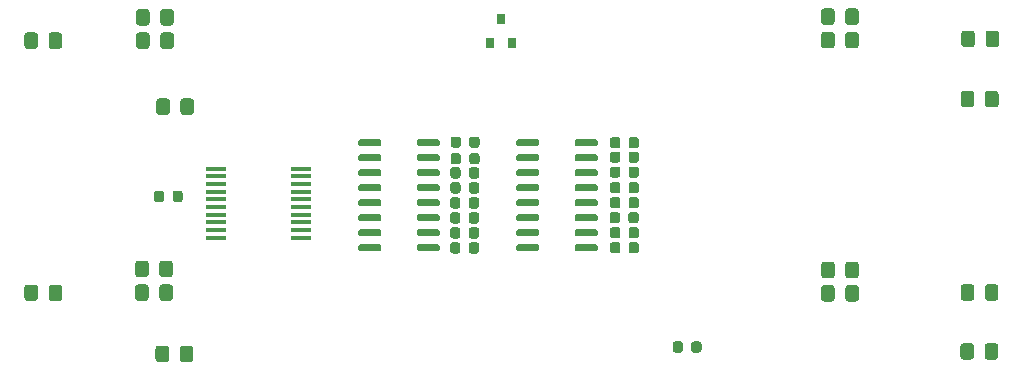
<source format=gbr>
G04 #@! TF.GenerationSoftware,KiCad,Pcbnew,(5.1.7)-1*
G04 #@! TF.CreationDate,2020-10-06T16:51:20+07:00*
G04 #@! TF.ProjectId,PIC16F1X_KIT2019,50494331-3646-4315-985f-4b4954323031,rev?*
G04 #@! TF.SameCoordinates,Original*
G04 #@! TF.FileFunction,Paste,Bot*
G04 #@! TF.FilePolarity,Positive*
%FSLAX46Y46*%
G04 Gerber Fmt 4.6, Leading zero omitted, Abs format (unit mm)*
G04 Created by KiCad (PCBNEW (5.1.7)-1) date 2020-10-06 16:51:20*
%MOMM*%
%LPD*%
G01*
G04 APERTURE LIST*
%ADD10R,0.800000X0.900000*%
%ADD11R,1.750000X0.450000*%
G04 APERTURE END LIST*
G36*
G01*
X109891520Y-34825519D02*
X109891520Y-35725521D01*
G75*
G02*
X109641521Y-35975520I-249999J0D01*
G01*
X108991519Y-35975520D01*
G75*
G02*
X108741520Y-35725521I0J249999D01*
G01*
X108741520Y-34825519D01*
G75*
G02*
X108991519Y-34575520I249999J0D01*
G01*
X109641521Y-34575520D01*
G75*
G02*
X109891520Y-34825519I0J-249999D01*
G01*
G37*
G36*
G01*
X111941520Y-34825519D02*
X111941520Y-35725521D01*
G75*
G02*
X111691521Y-35975520I-249999J0D01*
G01*
X111041519Y-35975520D01*
G75*
G02*
X110791520Y-35725521I0J249999D01*
G01*
X110791520Y-34825519D01*
G75*
G02*
X111041519Y-34575520I249999J0D01*
G01*
X111691521Y-34575520D01*
G75*
G02*
X111941520Y-34825519I0J-249999D01*
G01*
G37*
G36*
G01*
X109863360Y-56181839D02*
X109863360Y-57081841D01*
G75*
G02*
X109613361Y-57331840I-249999J0D01*
G01*
X108963359Y-57331840D01*
G75*
G02*
X108713360Y-57081841I0J249999D01*
G01*
X108713360Y-56181839D01*
G75*
G02*
X108963359Y-55931840I249999J0D01*
G01*
X109613361Y-55931840D01*
G75*
G02*
X109863360Y-56181839I0J-249999D01*
G01*
G37*
G36*
G01*
X111913360Y-56181839D02*
X111913360Y-57081841D01*
G75*
G02*
X111663361Y-57331840I-249999J0D01*
G01*
X111013359Y-57331840D01*
G75*
G02*
X110763360Y-57081841I0J249999D01*
G01*
X110763360Y-56181839D01*
G75*
G02*
X111013359Y-55931840I249999J0D01*
G01*
X111663361Y-55931840D01*
G75*
G02*
X111913360Y-56181839I0J-249999D01*
G01*
G37*
G36*
G01*
X42680040Y-36355441D02*
X42680040Y-35455439D01*
G75*
G02*
X42930039Y-35205440I249999J0D01*
G01*
X43580041Y-35205440D01*
G75*
G02*
X43830040Y-35455439I0J-249999D01*
G01*
X43830040Y-36355441D01*
G75*
G02*
X43580041Y-36605440I-249999J0D01*
G01*
X42930039Y-36605440D01*
G75*
G02*
X42680040Y-36355441I0J249999D01*
G01*
G37*
G36*
G01*
X40630040Y-36355441D02*
X40630040Y-35455439D01*
G75*
G02*
X40880039Y-35205440I249999J0D01*
G01*
X41530041Y-35205440D01*
G75*
G02*
X41780040Y-35455439I0J-249999D01*
G01*
X41780040Y-36355441D01*
G75*
G02*
X41530041Y-36605440I-249999J0D01*
G01*
X40880039Y-36605440D01*
G75*
G02*
X40630040Y-36355441I0J249999D01*
G01*
G37*
G36*
G01*
X42614000Y-57290121D02*
X42614000Y-56390119D01*
G75*
G02*
X42863999Y-56140120I249999J0D01*
G01*
X43514001Y-56140120D01*
G75*
G02*
X43764000Y-56390119I0J-249999D01*
G01*
X43764000Y-57290121D01*
G75*
G02*
X43514001Y-57540120I-249999J0D01*
G01*
X42863999Y-57540120D01*
G75*
G02*
X42614000Y-57290121I0J249999D01*
G01*
G37*
G36*
G01*
X40564000Y-57290121D02*
X40564000Y-56390119D01*
G75*
G02*
X40813999Y-56140120I249999J0D01*
G01*
X41464001Y-56140120D01*
G75*
G02*
X41714000Y-56390119I0J-249999D01*
G01*
X41714000Y-57290121D01*
G75*
G02*
X41464001Y-57540120I-249999J0D01*
G01*
X40813999Y-57540120D01*
G75*
G02*
X40564000Y-57290121I0J249999D01*
G01*
G37*
G36*
G01*
X30624360Y-51218679D02*
X30624360Y-52118681D01*
G75*
G02*
X30374361Y-52368680I-249999J0D01*
G01*
X29724359Y-52368680D01*
G75*
G02*
X29474360Y-52118681I0J249999D01*
G01*
X29474360Y-51218679D01*
G75*
G02*
X29724359Y-50968680I249999J0D01*
G01*
X30374361Y-50968680D01*
G75*
G02*
X30624360Y-51218679I0J-249999D01*
G01*
G37*
G36*
G01*
X32674360Y-51218679D02*
X32674360Y-52118681D01*
G75*
G02*
X32424361Y-52368680I-249999J0D01*
G01*
X31774359Y-52368680D01*
G75*
G02*
X31524360Y-52118681I0J249999D01*
G01*
X31524360Y-51218679D01*
G75*
G02*
X31774359Y-50968680I249999J0D01*
G01*
X32424361Y-50968680D01*
G75*
G02*
X32674360Y-51218679I0J-249999D01*
G01*
G37*
G36*
G01*
X109887600Y-51193279D02*
X109887600Y-52093281D01*
G75*
G02*
X109637601Y-52343280I-249999J0D01*
G01*
X108987599Y-52343280D01*
G75*
G02*
X108737600Y-52093281I0J249999D01*
G01*
X108737600Y-51193279D01*
G75*
G02*
X108987599Y-50943280I249999J0D01*
G01*
X109637601Y-50943280D01*
G75*
G02*
X109887600Y-51193279I0J-249999D01*
G01*
G37*
G36*
G01*
X111937600Y-51193279D02*
X111937600Y-52093281D01*
G75*
G02*
X111687601Y-52343280I-249999J0D01*
G01*
X111037599Y-52343280D01*
G75*
G02*
X110787600Y-52093281I0J249999D01*
G01*
X110787600Y-51193279D01*
G75*
G02*
X111037599Y-50943280I249999J0D01*
G01*
X111687601Y-50943280D01*
G75*
G02*
X111937600Y-51193279I0J-249999D01*
G01*
G37*
G36*
G01*
X109942320Y-29720119D02*
X109942320Y-30620121D01*
G75*
G02*
X109692321Y-30870120I-249999J0D01*
G01*
X109042319Y-30870120D01*
G75*
G02*
X108792320Y-30620121I0J249999D01*
G01*
X108792320Y-29720119D01*
G75*
G02*
X109042319Y-29470120I249999J0D01*
G01*
X109692321Y-29470120D01*
G75*
G02*
X109942320Y-29720119I0J-249999D01*
G01*
G37*
G36*
G01*
X111992320Y-29720119D02*
X111992320Y-30620121D01*
G75*
G02*
X111742321Y-30870120I-249999J0D01*
G01*
X111092319Y-30870120D01*
G75*
G02*
X110842320Y-30620121I0J249999D01*
G01*
X110842320Y-29720119D01*
G75*
G02*
X111092319Y-29470120I249999J0D01*
G01*
X111742321Y-29470120D01*
G75*
G02*
X111992320Y-29720119I0J-249999D01*
G01*
G37*
G36*
G01*
X30614200Y-29877599D02*
X30614200Y-30777601D01*
G75*
G02*
X30364201Y-31027600I-249999J0D01*
G01*
X29714199Y-31027600D01*
G75*
G02*
X29464200Y-30777601I0J249999D01*
G01*
X29464200Y-29877599D01*
G75*
G02*
X29714199Y-29627600I249999J0D01*
G01*
X30364201Y-29627600D01*
G75*
G02*
X30614200Y-29877599I0J-249999D01*
G01*
G37*
G36*
G01*
X32664200Y-29877599D02*
X32664200Y-30777601D01*
G75*
G02*
X32414201Y-31027600I-249999J0D01*
G01*
X31764199Y-31027600D01*
G75*
G02*
X31514200Y-30777601I0J249999D01*
G01*
X31514200Y-29877599D01*
G75*
G02*
X31764199Y-29627600I249999J0D01*
G01*
X32414201Y-29627600D01*
G75*
G02*
X32664200Y-29877599I0J-249999D01*
G01*
G37*
G36*
G01*
X98061360Y-27835439D02*
X98061360Y-28735441D01*
G75*
G02*
X97811361Y-28985440I-249999J0D01*
G01*
X97161359Y-28985440D01*
G75*
G02*
X96911360Y-28735441I0J249999D01*
G01*
X96911360Y-27835439D01*
G75*
G02*
X97161359Y-27585440I249999J0D01*
G01*
X97811361Y-27585440D01*
G75*
G02*
X98061360Y-27835439I0J-249999D01*
G01*
G37*
G36*
G01*
X100111360Y-27835439D02*
X100111360Y-28735441D01*
G75*
G02*
X99861361Y-28985440I-249999J0D01*
G01*
X99211359Y-28985440D01*
G75*
G02*
X98961360Y-28735441I0J249999D01*
G01*
X98961360Y-27835439D01*
G75*
G02*
X99211359Y-27585440I249999J0D01*
G01*
X99861361Y-27585440D01*
G75*
G02*
X100111360Y-27835439I0J-249999D01*
G01*
G37*
G36*
G01*
X98066440Y-29826799D02*
X98066440Y-30726801D01*
G75*
G02*
X97816441Y-30976800I-249999J0D01*
G01*
X97166439Y-30976800D01*
G75*
G02*
X96916440Y-30726801I0J249999D01*
G01*
X96916440Y-29826799D01*
G75*
G02*
X97166439Y-29576800I249999J0D01*
G01*
X97816441Y-29576800D01*
G75*
G02*
X98066440Y-29826799I0J-249999D01*
G01*
G37*
G36*
G01*
X100116440Y-29826799D02*
X100116440Y-30726801D01*
G75*
G02*
X99866441Y-30976800I-249999J0D01*
G01*
X99216439Y-30976800D01*
G75*
G02*
X98966440Y-30726801I0J249999D01*
G01*
X98966440Y-29826799D01*
G75*
G02*
X99216439Y-29576800I249999J0D01*
G01*
X99866441Y-29576800D01*
G75*
G02*
X100116440Y-29826799I0J-249999D01*
G01*
G37*
G36*
G01*
X100125440Y-49288279D02*
X100125440Y-50188281D01*
G75*
G02*
X99875441Y-50438280I-249999J0D01*
G01*
X99225439Y-50438280D01*
G75*
G02*
X98975440Y-50188281I0J249999D01*
G01*
X98975440Y-49288279D01*
G75*
G02*
X99225439Y-49038280I249999J0D01*
G01*
X99875441Y-49038280D01*
G75*
G02*
X100125440Y-49288279I0J-249999D01*
G01*
G37*
G36*
G01*
X98075440Y-49288279D02*
X98075440Y-50188281D01*
G75*
G02*
X97825441Y-50438280I-249999J0D01*
G01*
X97175439Y-50438280D01*
G75*
G02*
X96925440Y-50188281I0J249999D01*
G01*
X96925440Y-49288279D01*
G75*
G02*
X97175439Y-49038280I249999J0D01*
G01*
X97825441Y-49038280D01*
G75*
G02*
X98075440Y-49288279I0J-249999D01*
G01*
G37*
G36*
G01*
X98066440Y-51269479D02*
X98066440Y-52169481D01*
G75*
G02*
X97816441Y-52419480I-249999J0D01*
G01*
X97166439Y-52419480D01*
G75*
G02*
X96916440Y-52169481I0J249999D01*
G01*
X96916440Y-51269479D01*
G75*
G02*
X97166439Y-51019480I249999J0D01*
G01*
X97816441Y-51019480D01*
G75*
G02*
X98066440Y-51269479I0J-249999D01*
G01*
G37*
G36*
G01*
X100116440Y-51269479D02*
X100116440Y-52169481D01*
G75*
G02*
X99866441Y-52419480I-249999J0D01*
G01*
X99216439Y-52419480D01*
G75*
G02*
X98966440Y-52169481I0J249999D01*
G01*
X98966440Y-51269479D01*
G75*
G02*
X99216439Y-51019480I249999J0D01*
G01*
X99866441Y-51019480D01*
G75*
G02*
X100116440Y-51269479I0J-249999D01*
G01*
G37*
G36*
G01*
X38836800Y-50096841D02*
X38836800Y-49196839D01*
G75*
G02*
X39086799Y-48946840I249999J0D01*
G01*
X39736801Y-48946840D01*
G75*
G02*
X39986800Y-49196839I0J-249999D01*
G01*
X39986800Y-50096841D01*
G75*
G02*
X39736801Y-50346840I-249999J0D01*
G01*
X39086799Y-50346840D01*
G75*
G02*
X38836800Y-50096841I0J249999D01*
G01*
G37*
G36*
G01*
X40886800Y-50096841D02*
X40886800Y-49196839D01*
G75*
G02*
X41136799Y-48946840I249999J0D01*
G01*
X41786801Y-48946840D01*
G75*
G02*
X42036800Y-49196839I0J-249999D01*
G01*
X42036800Y-50096841D01*
G75*
G02*
X41786801Y-50346840I-249999J0D01*
G01*
X41136799Y-50346840D01*
G75*
G02*
X40886800Y-50096841I0J249999D01*
G01*
G37*
G36*
G01*
X40886800Y-52103441D02*
X40886800Y-51203439D01*
G75*
G02*
X41136799Y-50953440I249999J0D01*
G01*
X41786801Y-50953440D01*
G75*
G02*
X42036800Y-51203439I0J-249999D01*
G01*
X42036800Y-52103441D01*
G75*
G02*
X41786801Y-52353440I-249999J0D01*
G01*
X41136799Y-52353440D01*
G75*
G02*
X40886800Y-52103441I0J249999D01*
G01*
G37*
G36*
G01*
X38836800Y-52103441D02*
X38836800Y-51203439D01*
G75*
G02*
X39086799Y-50953440I249999J0D01*
G01*
X39736801Y-50953440D01*
G75*
G02*
X39986800Y-51203439I0J-249999D01*
G01*
X39986800Y-52103441D01*
G75*
G02*
X39736801Y-52353440I-249999J0D01*
G01*
X39086799Y-52353440D01*
G75*
G02*
X38836800Y-52103441I0J249999D01*
G01*
G37*
G36*
G01*
X38918080Y-28796401D02*
X38918080Y-27896399D01*
G75*
G02*
X39168079Y-27646400I249999J0D01*
G01*
X39818081Y-27646400D01*
G75*
G02*
X40068080Y-27896399I0J-249999D01*
G01*
X40068080Y-28796401D01*
G75*
G02*
X39818081Y-29046400I-249999J0D01*
G01*
X39168079Y-29046400D01*
G75*
G02*
X38918080Y-28796401I0J249999D01*
G01*
G37*
G36*
G01*
X40968080Y-28796401D02*
X40968080Y-27896399D01*
G75*
G02*
X41218079Y-27646400I249999J0D01*
G01*
X41868081Y-27646400D01*
G75*
G02*
X42118080Y-27896399I0J-249999D01*
G01*
X42118080Y-28796401D01*
G75*
G02*
X41868081Y-29046400I-249999J0D01*
G01*
X41218079Y-29046400D01*
G75*
G02*
X40968080Y-28796401I0J249999D01*
G01*
G37*
G36*
G01*
X40973160Y-30777601D02*
X40973160Y-29877599D01*
G75*
G02*
X41223159Y-29627600I249999J0D01*
G01*
X41873161Y-29627600D01*
G75*
G02*
X42123160Y-29877599I0J-249999D01*
G01*
X42123160Y-30777601D01*
G75*
G02*
X41873161Y-31027600I-249999J0D01*
G01*
X41223159Y-31027600D01*
G75*
G02*
X40973160Y-30777601I0J249999D01*
G01*
G37*
G36*
G01*
X38923160Y-30777601D02*
X38923160Y-29877599D01*
G75*
G02*
X39173159Y-29627600I249999J0D01*
G01*
X39823161Y-29627600D01*
G75*
G02*
X40073160Y-29877599I0J-249999D01*
G01*
X40073160Y-30777601D01*
G75*
G02*
X39823161Y-31027600I-249999J0D01*
G01*
X39173159Y-31027600D01*
G75*
G02*
X38923160Y-30777601I0J249999D01*
G01*
G37*
G36*
G01*
X79914100Y-41198690D02*
X79914100Y-41711190D01*
G75*
G02*
X79695350Y-41929940I-218750J0D01*
G01*
X79257850Y-41929940D01*
G75*
G02*
X79039100Y-41711190I0J218750D01*
G01*
X79039100Y-41198690D01*
G75*
G02*
X79257850Y-40979940I218750J0D01*
G01*
X79695350Y-40979940D01*
G75*
G02*
X79914100Y-41198690I0J-218750D01*
G01*
G37*
G36*
G01*
X81489100Y-41198690D02*
X81489100Y-41711190D01*
G75*
G02*
X81270350Y-41929940I-218750J0D01*
G01*
X80832850Y-41929940D01*
G75*
G02*
X80614100Y-41711190I0J218750D01*
G01*
X80614100Y-41198690D01*
G75*
G02*
X80832850Y-40979940I218750J0D01*
G01*
X81270350Y-40979940D01*
G75*
G02*
X81489100Y-41198690I0J-218750D01*
G01*
G37*
G36*
G01*
X42006000Y-43766450D02*
X42006000Y-43253950D01*
G75*
G02*
X42224750Y-43035200I218750J0D01*
G01*
X42662250Y-43035200D01*
G75*
G02*
X42881000Y-43253950I0J-218750D01*
G01*
X42881000Y-43766450D01*
G75*
G02*
X42662250Y-43985200I-218750J0D01*
G01*
X42224750Y-43985200D01*
G75*
G02*
X42006000Y-43766450I0J218750D01*
G01*
G37*
G36*
G01*
X40431000Y-43766450D02*
X40431000Y-43253950D01*
G75*
G02*
X40649750Y-43035200I218750J0D01*
G01*
X41087250Y-43035200D01*
G75*
G02*
X41306000Y-43253950I0J-218750D01*
G01*
X41306000Y-43766450D01*
G75*
G02*
X41087250Y-43985200I-218750J0D01*
G01*
X40649750Y-43985200D01*
G75*
G02*
X40431000Y-43766450I0J218750D01*
G01*
G37*
G36*
G01*
X66426600Y-38658690D02*
X66426600Y-39171190D01*
G75*
G02*
X66207850Y-39389940I-218750J0D01*
G01*
X65770350Y-39389940D01*
G75*
G02*
X65551600Y-39171190I0J218750D01*
G01*
X65551600Y-38658690D01*
G75*
G02*
X65770350Y-38439940I218750J0D01*
G01*
X66207850Y-38439940D01*
G75*
G02*
X66426600Y-38658690I0J-218750D01*
G01*
G37*
G36*
G01*
X68001600Y-38658690D02*
X68001600Y-39171190D01*
G75*
G02*
X67782850Y-39389940I-218750J0D01*
G01*
X67345350Y-39389940D01*
G75*
G02*
X67126600Y-39171190I0J218750D01*
G01*
X67126600Y-38658690D01*
G75*
G02*
X67345350Y-38439940I218750J0D01*
G01*
X67782850Y-38439940D01*
G75*
G02*
X68001600Y-38658690I0J-218750D01*
G01*
G37*
G36*
G01*
X66426600Y-40055690D02*
X66426600Y-40568190D01*
G75*
G02*
X66207850Y-40786940I-218750J0D01*
G01*
X65770350Y-40786940D01*
G75*
G02*
X65551600Y-40568190I0J218750D01*
G01*
X65551600Y-40055690D01*
G75*
G02*
X65770350Y-39836940I218750J0D01*
G01*
X66207850Y-39836940D01*
G75*
G02*
X66426600Y-40055690I0J-218750D01*
G01*
G37*
G36*
G01*
X68001600Y-40055690D02*
X68001600Y-40568190D01*
G75*
G02*
X67782850Y-40786940I-218750J0D01*
G01*
X67345350Y-40786940D01*
G75*
G02*
X67126600Y-40568190I0J218750D01*
G01*
X67126600Y-40055690D01*
G75*
G02*
X67345350Y-39836940I218750J0D01*
G01*
X67782850Y-39836940D01*
G75*
G02*
X68001600Y-40055690I0J-218750D01*
G01*
G37*
G36*
G01*
X66401200Y-41260050D02*
X66401200Y-41772550D01*
G75*
G02*
X66182450Y-41991300I-218750J0D01*
G01*
X65744950Y-41991300D01*
G75*
G02*
X65526200Y-41772550I0J218750D01*
G01*
X65526200Y-41260050D01*
G75*
G02*
X65744950Y-41041300I218750J0D01*
G01*
X66182450Y-41041300D01*
G75*
G02*
X66401200Y-41260050I0J-218750D01*
G01*
G37*
G36*
G01*
X67976200Y-41260050D02*
X67976200Y-41772550D01*
G75*
G02*
X67757450Y-41991300I-218750J0D01*
G01*
X67319950Y-41991300D01*
G75*
G02*
X67101200Y-41772550I0J218750D01*
G01*
X67101200Y-41260050D01*
G75*
G02*
X67319950Y-41041300I218750J0D01*
G01*
X67757450Y-41041300D01*
G75*
G02*
X67976200Y-41260050I0J-218750D01*
G01*
G37*
G36*
G01*
X66401100Y-42532190D02*
X66401100Y-43044690D01*
G75*
G02*
X66182350Y-43263440I-218750J0D01*
G01*
X65744850Y-43263440D01*
G75*
G02*
X65526100Y-43044690I0J218750D01*
G01*
X65526100Y-42532190D01*
G75*
G02*
X65744850Y-42313440I218750J0D01*
G01*
X66182350Y-42313440D01*
G75*
G02*
X66401100Y-42532190I0J-218750D01*
G01*
G37*
G36*
G01*
X67976100Y-42532190D02*
X67976100Y-43044690D01*
G75*
G02*
X67757350Y-43263440I-218750J0D01*
G01*
X67319850Y-43263440D01*
G75*
G02*
X67101100Y-43044690I0J218750D01*
G01*
X67101100Y-42532190D01*
G75*
G02*
X67319850Y-42313440I218750J0D01*
G01*
X67757350Y-42313440D01*
G75*
G02*
X67976100Y-42532190I0J-218750D01*
G01*
G37*
G36*
G01*
X66388600Y-43800050D02*
X66388600Y-44312550D01*
G75*
G02*
X66169850Y-44531300I-218750J0D01*
G01*
X65732350Y-44531300D01*
G75*
G02*
X65513600Y-44312550I0J218750D01*
G01*
X65513600Y-43800050D01*
G75*
G02*
X65732350Y-43581300I218750J0D01*
G01*
X66169850Y-43581300D01*
G75*
G02*
X66388600Y-43800050I0J-218750D01*
G01*
G37*
G36*
G01*
X67963600Y-43800050D02*
X67963600Y-44312550D01*
G75*
G02*
X67744850Y-44531300I-218750J0D01*
G01*
X67307350Y-44531300D01*
G75*
G02*
X67088600Y-44312550I0J218750D01*
G01*
X67088600Y-43800050D01*
G75*
G02*
X67307350Y-43581300I218750J0D01*
G01*
X67744850Y-43581300D01*
G75*
G02*
X67963600Y-43800050I0J-218750D01*
G01*
G37*
G36*
G01*
X66388500Y-45070050D02*
X66388500Y-45582550D01*
G75*
G02*
X66169750Y-45801300I-218750J0D01*
G01*
X65732250Y-45801300D01*
G75*
G02*
X65513500Y-45582550I0J218750D01*
G01*
X65513500Y-45070050D01*
G75*
G02*
X65732250Y-44851300I218750J0D01*
G01*
X66169750Y-44851300D01*
G75*
G02*
X66388500Y-45070050I0J-218750D01*
G01*
G37*
G36*
G01*
X67963500Y-45070050D02*
X67963500Y-45582550D01*
G75*
G02*
X67744750Y-45801300I-218750J0D01*
G01*
X67307250Y-45801300D01*
G75*
G02*
X67088500Y-45582550I0J218750D01*
G01*
X67088500Y-45070050D01*
G75*
G02*
X67307250Y-44851300I218750J0D01*
G01*
X67744750Y-44851300D01*
G75*
G02*
X67963500Y-45070050I0J-218750D01*
G01*
G37*
G36*
G01*
X66388500Y-46340050D02*
X66388500Y-46852550D01*
G75*
G02*
X66169750Y-47071300I-218750J0D01*
G01*
X65732250Y-47071300D01*
G75*
G02*
X65513500Y-46852550I0J218750D01*
G01*
X65513500Y-46340050D01*
G75*
G02*
X65732250Y-46121300I218750J0D01*
G01*
X66169750Y-46121300D01*
G75*
G02*
X66388500Y-46340050I0J-218750D01*
G01*
G37*
G36*
G01*
X67963500Y-46340050D02*
X67963500Y-46852550D01*
G75*
G02*
X67744750Y-47071300I-218750J0D01*
G01*
X67307250Y-47071300D01*
G75*
G02*
X67088500Y-46852550I0J218750D01*
G01*
X67088500Y-46340050D01*
G75*
G02*
X67307250Y-46121300I218750J0D01*
G01*
X67744750Y-46121300D01*
G75*
G02*
X67963500Y-46340050I0J-218750D01*
G01*
G37*
G36*
G01*
X66388600Y-47610050D02*
X66388600Y-48122550D01*
G75*
G02*
X66169850Y-48341300I-218750J0D01*
G01*
X65732350Y-48341300D01*
G75*
G02*
X65513600Y-48122550I0J218750D01*
G01*
X65513600Y-47610050D01*
G75*
G02*
X65732350Y-47391300I218750J0D01*
G01*
X66169850Y-47391300D01*
G75*
G02*
X66388600Y-47610050I0J-218750D01*
G01*
G37*
G36*
G01*
X67963600Y-47610050D02*
X67963600Y-48122550D01*
G75*
G02*
X67744850Y-48341300I-218750J0D01*
G01*
X67307350Y-48341300D01*
G75*
G02*
X67088600Y-48122550I0J218750D01*
G01*
X67088600Y-47610050D01*
G75*
G02*
X67307350Y-47391300I218750J0D01*
G01*
X67744850Y-47391300D01*
G75*
G02*
X67963600Y-47610050I0J-218750D01*
G01*
G37*
G36*
G01*
X79914000Y-38707350D02*
X79914000Y-39219850D01*
G75*
G02*
X79695250Y-39438600I-218750J0D01*
G01*
X79257750Y-39438600D01*
G75*
G02*
X79039000Y-39219850I0J218750D01*
G01*
X79039000Y-38707350D01*
G75*
G02*
X79257750Y-38488600I218750J0D01*
G01*
X79695250Y-38488600D01*
G75*
G02*
X79914000Y-38707350I0J-218750D01*
G01*
G37*
G36*
G01*
X81489000Y-38707350D02*
X81489000Y-39219850D01*
G75*
G02*
X81270250Y-39438600I-218750J0D01*
G01*
X80832750Y-39438600D01*
G75*
G02*
X80614000Y-39219850I0J218750D01*
G01*
X80614000Y-38707350D01*
G75*
G02*
X80832750Y-38488600I218750J0D01*
G01*
X81270250Y-38488600D01*
G75*
G02*
X81489000Y-38707350I0J-218750D01*
G01*
G37*
G36*
G01*
X79914100Y-39928690D02*
X79914100Y-40441190D01*
G75*
G02*
X79695350Y-40659940I-218750J0D01*
G01*
X79257850Y-40659940D01*
G75*
G02*
X79039100Y-40441190I0J218750D01*
G01*
X79039100Y-39928690D01*
G75*
G02*
X79257850Y-39709940I218750J0D01*
G01*
X79695350Y-39709940D01*
G75*
G02*
X79914100Y-39928690I0J-218750D01*
G01*
G37*
G36*
G01*
X81489100Y-39928690D02*
X81489100Y-40441190D01*
G75*
G02*
X81270350Y-40659940I-218750J0D01*
G01*
X80832850Y-40659940D01*
G75*
G02*
X80614100Y-40441190I0J218750D01*
G01*
X80614100Y-39928690D01*
G75*
G02*
X80832850Y-39709940I218750J0D01*
G01*
X81270350Y-39709940D01*
G75*
G02*
X81489100Y-39928690I0J-218750D01*
G01*
G37*
G36*
G01*
X79914000Y-42517350D02*
X79914000Y-43029850D01*
G75*
G02*
X79695250Y-43248600I-218750J0D01*
G01*
X79257750Y-43248600D01*
G75*
G02*
X79039000Y-43029850I0J218750D01*
G01*
X79039000Y-42517350D01*
G75*
G02*
X79257750Y-42298600I218750J0D01*
G01*
X79695250Y-42298600D01*
G75*
G02*
X79914000Y-42517350I0J-218750D01*
G01*
G37*
G36*
G01*
X81489000Y-42517350D02*
X81489000Y-43029850D01*
G75*
G02*
X81270250Y-43248600I-218750J0D01*
G01*
X80832750Y-43248600D01*
G75*
G02*
X80614000Y-43029850I0J218750D01*
G01*
X80614000Y-42517350D01*
G75*
G02*
X80832750Y-42298600I218750J0D01*
G01*
X81270250Y-42298600D01*
G75*
G02*
X81489000Y-42517350I0J-218750D01*
G01*
G37*
G36*
G01*
X79914000Y-43787350D02*
X79914000Y-44299850D01*
G75*
G02*
X79695250Y-44518600I-218750J0D01*
G01*
X79257750Y-44518600D01*
G75*
G02*
X79039000Y-44299850I0J218750D01*
G01*
X79039000Y-43787350D01*
G75*
G02*
X79257750Y-43568600I218750J0D01*
G01*
X79695250Y-43568600D01*
G75*
G02*
X79914000Y-43787350I0J-218750D01*
G01*
G37*
G36*
G01*
X81489000Y-43787350D02*
X81489000Y-44299850D01*
G75*
G02*
X81270250Y-44518600I-218750J0D01*
G01*
X80832750Y-44518600D01*
G75*
G02*
X80614000Y-44299850I0J218750D01*
G01*
X80614000Y-43787350D01*
G75*
G02*
X80832750Y-43568600I218750J0D01*
G01*
X81270250Y-43568600D01*
G75*
G02*
X81489000Y-43787350I0J-218750D01*
G01*
G37*
G36*
G01*
X79901400Y-45057350D02*
X79901400Y-45569850D01*
G75*
G02*
X79682650Y-45788600I-218750J0D01*
G01*
X79245150Y-45788600D01*
G75*
G02*
X79026400Y-45569850I0J218750D01*
G01*
X79026400Y-45057350D01*
G75*
G02*
X79245150Y-44838600I218750J0D01*
G01*
X79682650Y-44838600D01*
G75*
G02*
X79901400Y-45057350I0J-218750D01*
G01*
G37*
G36*
G01*
X81476400Y-45057350D02*
X81476400Y-45569850D01*
G75*
G02*
X81257650Y-45788600I-218750J0D01*
G01*
X80820150Y-45788600D01*
G75*
G02*
X80601400Y-45569850I0J218750D01*
G01*
X80601400Y-45057350D01*
G75*
G02*
X80820150Y-44838600I218750J0D01*
G01*
X81257650Y-44838600D01*
G75*
G02*
X81476400Y-45057350I0J-218750D01*
G01*
G37*
G36*
G01*
X79914000Y-46327350D02*
X79914000Y-46839850D01*
G75*
G02*
X79695250Y-47058600I-218750J0D01*
G01*
X79257750Y-47058600D01*
G75*
G02*
X79039000Y-46839850I0J218750D01*
G01*
X79039000Y-46327350D01*
G75*
G02*
X79257750Y-46108600I218750J0D01*
G01*
X79695250Y-46108600D01*
G75*
G02*
X79914000Y-46327350I0J-218750D01*
G01*
G37*
G36*
G01*
X81489000Y-46327350D02*
X81489000Y-46839850D01*
G75*
G02*
X81270250Y-47058600I-218750J0D01*
G01*
X80832750Y-47058600D01*
G75*
G02*
X80614000Y-46839850I0J218750D01*
G01*
X80614000Y-46327350D01*
G75*
G02*
X80832750Y-46108600I218750J0D01*
G01*
X81270250Y-46108600D01*
G75*
G02*
X81489000Y-46327350I0J-218750D01*
G01*
G37*
G36*
G01*
X79914000Y-47597350D02*
X79914000Y-48109850D01*
G75*
G02*
X79695250Y-48328600I-218750J0D01*
G01*
X79257750Y-48328600D01*
G75*
G02*
X79039000Y-48109850I0J218750D01*
G01*
X79039000Y-47597350D01*
G75*
G02*
X79257750Y-47378600I218750J0D01*
G01*
X79695250Y-47378600D01*
G75*
G02*
X79914000Y-47597350I0J-218750D01*
G01*
G37*
G36*
G01*
X81489000Y-47597350D02*
X81489000Y-48109850D01*
G75*
G02*
X81270250Y-48328600I-218750J0D01*
G01*
X80832750Y-48328600D01*
G75*
G02*
X80614000Y-48109850I0J218750D01*
G01*
X80614000Y-47597350D01*
G75*
G02*
X80832750Y-47378600I218750J0D01*
G01*
X81270250Y-47378600D01*
G75*
G02*
X81489000Y-47597350I0J-218750D01*
G01*
G37*
G36*
G01*
X85228750Y-56004750D02*
X85228750Y-56517250D01*
G75*
G02*
X85010000Y-56736000I-218750J0D01*
G01*
X84572500Y-56736000D01*
G75*
G02*
X84353750Y-56517250I0J218750D01*
G01*
X84353750Y-56004750D01*
G75*
G02*
X84572500Y-55786000I218750J0D01*
G01*
X85010000Y-55786000D01*
G75*
G02*
X85228750Y-56004750I0J-218750D01*
G01*
G37*
G36*
G01*
X86803750Y-56004750D02*
X86803750Y-56517250D01*
G75*
G02*
X86585000Y-56736000I-218750J0D01*
G01*
X86147500Y-56736000D01*
G75*
G02*
X85928750Y-56517250I0J218750D01*
G01*
X85928750Y-56004750D01*
G75*
G02*
X86147500Y-55786000I218750J0D01*
G01*
X86585000Y-55786000D01*
G75*
G02*
X86803750Y-56004750I0J-218750D01*
G01*
G37*
D10*
X70761900Y-30527500D03*
X68861900Y-30527500D03*
X69811900Y-28527500D03*
D11*
X45676000Y-47006700D03*
X45676000Y-46356700D03*
X45676000Y-45706700D03*
X45676000Y-45056700D03*
X45676000Y-44406700D03*
X45676000Y-43756700D03*
X45676000Y-43106700D03*
X45676000Y-42456700D03*
X45676000Y-41806700D03*
X45676000Y-41156700D03*
X52876000Y-41156700D03*
X52876000Y-41806700D03*
X52876000Y-42456700D03*
X52876000Y-43106700D03*
X52876000Y-43756700D03*
X52876000Y-44406700D03*
X52876000Y-45056700D03*
X52876000Y-45706700D03*
X52876000Y-46356700D03*
X52876000Y-47006700D03*
G36*
G01*
X59688600Y-38826300D02*
X59688600Y-39126300D01*
G75*
G02*
X59538600Y-39276300I-150000J0D01*
G01*
X57888600Y-39276300D01*
G75*
G02*
X57738600Y-39126300I0J150000D01*
G01*
X57738600Y-38826300D01*
G75*
G02*
X57888600Y-38676300I150000J0D01*
G01*
X59538600Y-38676300D01*
G75*
G02*
X59688600Y-38826300I0J-150000D01*
G01*
G37*
G36*
G01*
X59688600Y-40096300D02*
X59688600Y-40396300D01*
G75*
G02*
X59538600Y-40546300I-150000J0D01*
G01*
X57888600Y-40546300D01*
G75*
G02*
X57738600Y-40396300I0J150000D01*
G01*
X57738600Y-40096300D01*
G75*
G02*
X57888600Y-39946300I150000J0D01*
G01*
X59538600Y-39946300D01*
G75*
G02*
X59688600Y-40096300I0J-150000D01*
G01*
G37*
G36*
G01*
X59688600Y-41366300D02*
X59688600Y-41666300D01*
G75*
G02*
X59538600Y-41816300I-150000J0D01*
G01*
X57888600Y-41816300D01*
G75*
G02*
X57738600Y-41666300I0J150000D01*
G01*
X57738600Y-41366300D01*
G75*
G02*
X57888600Y-41216300I150000J0D01*
G01*
X59538600Y-41216300D01*
G75*
G02*
X59688600Y-41366300I0J-150000D01*
G01*
G37*
G36*
G01*
X59688600Y-42636300D02*
X59688600Y-42936300D01*
G75*
G02*
X59538600Y-43086300I-150000J0D01*
G01*
X57888600Y-43086300D01*
G75*
G02*
X57738600Y-42936300I0J150000D01*
G01*
X57738600Y-42636300D01*
G75*
G02*
X57888600Y-42486300I150000J0D01*
G01*
X59538600Y-42486300D01*
G75*
G02*
X59688600Y-42636300I0J-150000D01*
G01*
G37*
G36*
G01*
X59688600Y-43906300D02*
X59688600Y-44206300D01*
G75*
G02*
X59538600Y-44356300I-150000J0D01*
G01*
X57888600Y-44356300D01*
G75*
G02*
X57738600Y-44206300I0J150000D01*
G01*
X57738600Y-43906300D01*
G75*
G02*
X57888600Y-43756300I150000J0D01*
G01*
X59538600Y-43756300D01*
G75*
G02*
X59688600Y-43906300I0J-150000D01*
G01*
G37*
G36*
G01*
X59688600Y-45176300D02*
X59688600Y-45476300D01*
G75*
G02*
X59538600Y-45626300I-150000J0D01*
G01*
X57888600Y-45626300D01*
G75*
G02*
X57738600Y-45476300I0J150000D01*
G01*
X57738600Y-45176300D01*
G75*
G02*
X57888600Y-45026300I150000J0D01*
G01*
X59538600Y-45026300D01*
G75*
G02*
X59688600Y-45176300I0J-150000D01*
G01*
G37*
G36*
G01*
X59688600Y-46446300D02*
X59688600Y-46746300D01*
G75*
G02*
X59538600Y-46896300I-150000J0D01*
G01*
X57888600Y-46896300D01*
G75*
G02*
X57738600Y-46746300I0J150000D01*
G01*
X57738600Y-46446300D01*
G75*
G02*
X57888600Y-46296300I150000J0D01*
G01*
X59538600Y-46296300D01*
G75*
G02*
X59688600Y-46446300I0J-150000D01*
G01*
G37*
G36*
G01*
X59688600Y-47716300D02*
X59688600Y-48016300D01*
G75*
G02*
X59538600Y-48166300I-150000J0D01*
G01*
X57888600Y-48166300D01*
G75*
G02*
X57738600Y-48016300I0J150000D01*
G01*
X57738600Y-47716300D01*
G75*
G02*
X57888600Y-47566300I150000J0D01*
G01*
X59538600Y-47566300D01*
G75*
G02*
X59688600Y-47716300I0J-150000D01*
G01*
G37*
G36*
G01*
X64638600Y-47716300D02*
X64638600Y-48016300D01*
G75*
G02*
X64488600Y-48166300I-150000J0D01*
G01*
X62838600Y-48166300D01*
G75*
G02*
X62688600Y-48016300I0J150000D01*
G01*
X62688600Y-47716300D01*
G75*
G02*
X62838600Y-47566300I150000J0D01*
G01*
X64488600Y-47566300D01*
G75*
G02*
X64638600Y-47716300I0J-150000D01*
G01*
G37*
G36*
G01*
X64638600Y-46446300D02*
X64638600Y-46746300D01*
G75*
G02*
X64488600Y-46896300I-150000J0D01*
G01*
X62838600Y-46896300D01*
G75*
G02*
X62688600Y-46746300I0J150000D01*
G01*
X62688600Y-46446300D01*
G75*
G02*
X62838600Y-46296300I150000J0D01*
G01*
X64488600Y-46296300D01*
G75*
G02*
X64638600Y-46446300I0J-150000D01*
G01*
G37*
G36*
G01*
X64638600Y-45176300D02*
X64638600Y-45476300D01*
G75*
G02*
X64488600Y-45626300I-150000J0D01*
G01*
X62838600Y-45626300D01*
G75*
G02*
X62688600Y-45476300I0J150000D01*
G01*
X62688600Y-45176300D01*
G75*
G02*
X62838600Y-45026300I150000J0D01*
G01*
X64488600Y-45026300D01*
G75*
G02*
X64638600Y-45176300I0J-150000D01*
G01*
G37*
G36*
G01*
X64638600Y-43906300D02*
X64638600Y-44206300D01*
G75*
G02*
X64488600Y-44356300I-150000J0D01*
G01*
X62838600Y-44356300D01*
G75*
G02*
X62688600Y-44206300I0J150000D01*
G01*
X62688600Y-43906300D01*
G75*
G02*
X62838600Y-43756300I150000J0D01*
G01*
X64488600Y-43756300D01*
G75*
G02*
X64638600Y-43906300I0J-150000D01*
G01*
G37*
G36*
G01*
X64638600Y-42636300D02*
X64638600Y-42936300D01*
G75*
G02*
X64488600Y-43086300I-150000J0D01*
G01*
X62838600Y-43086300D01*
G75*
G02*
X62688600Y-42936300I0J150000D01*
G01*
X62688600Y-42636300D01*
G75*
G02*
X62838600Y-42486300I150000J0D01*
G01*
X64488600Y-42486300D01*
G75*
G02*
X64638600Y-42636300I0J-150000D01*
G01*
G37*
G36*
G01*
X64638600Y-41366300D02*
X64638600Y-41666300D01*
G75*
G02*
X64488600Y-41816300I-150000J0D01*
G01*
X62838600Y-41816300D01*
G75*
G02*
X62688600Y-41666300I0J150000D01*
G01*
X62688600Y-41366300D01*
G75*
G02*
X62838600Y-41216300I150000J0D01*
G01*
X64488600Y-41216300D01*
G75*
G02*
X64638600Y-41366300I0J-150000D01*
G01*
G37*
G36*
G01*
X64638600Y-40096300D02*
X64638600Y-40396300D01*
G75*
G02*
X64488600Y-40546300I-150000J0D01*
G01*
X62838600Y-40546300D01*
G75*
G02*
X62688600Y-40396300I0J150000D01*
G01*
X62688600Y-40096300D01*
G75*
G02*
X62838600Y-39946300I150000J0D01*
G01*
X64488600Y-39946300D01*
G75*
G02*
X64638600Y-40096300I0J-150000D01*
G01*
G37*
G36*
G01*
X64638600Y-38826300D02*
X64638600Y-39126300D01*
G75*
G02*
X64488600Y-39276300I-150000J0D01*
G01*
X62838600Y-39276300D01*
G75*
G02*
X62688600Y-39126300I0J150000D01*
G01*
X62688600Y-38826300D01*
G75*
G02*
X62838600Y-38676300I150000J0D01*
G01*
X64488600Y-38676300D01*
G75*
G02*
X64638600Y-38826300I0J-150000D01*
G01*
G37*
G36*
G01*
X77999000Y-38826300D02*
X77999000Y-39126300D01*
G75*
G02*
X77849000Y-39276300I-150000J0D01*
G01*
X76199000Y-39276300D01*
G75*
G02*
X76049000Y-39126300I0J150000D01*
G01*
X76049000Y-38826300D01*
G75*
G02*
X76199000Y-38676300I150000J0D01*
G01*
X77849000Y-38676300D01*
G75*
G02*
X77999000Y-38826300I0J-150000D01*
G01*
G37*
G36*
G01*
X77999000Y-40096300D02*
X77999000Y-40396300D01*
G75*
G02*
X77849000Y-40546300I-150000J0D01*
G01*
X76199000Y-40546300D01*
G75*
G02*
X76049000Y-40396300I0J150000D01*
G01*
X76049000Y-40096300D01*
G75*
G02*
X76199000Y-39946300I150000J0D01*
G01*
X77849000Y-39946300D01*
G75*
G02*
X77999000Y-40096300I0J-150000D01*
G01*
G37*
G36*
G01*
X77999000Y-41366300D02*
X77999000Y-41666300D01*
G75*
G02*
X77849000Y-41816300I-150000J0D01*
G01*
X76199000Y-41816300D01*
G75*
G02*
X76049000Y-41666300I0J150000D01*
G01*
X76049000Y-41366300D01*
G75*
G02*
X76199000Y-41216300I150000J0D01*
G01*
X77849000Y-41216300D01*
G75*
G02*
X77999000Y-41366300I0J-150000D01*
G01*
G37*
G36*
G01*
X77999000Y-42636300D02*
X77999000Y-42936300D01*
G75*
G02*
X77849000Y-43086300I-150000J0D01*
G01*
X76199000Y-43086300D01*
G75*
G02*
X76049000Y-42936300I0J150000D01*
G01*
X76049000Y-42636300D01*
G75*
G02*
X76199000Y-42486300I150000J0D01*
G01*
X77849000Y-42486300D01*
G75*
G02*
X77999000Y-42636300I0J-150000D01*
G01*
G37*
G36*
G01*
X77999000Y-43906300D02*
X77999000Y-44206300D01*
G75*
G02*
X77849000Y-44356300I-150000J0D01*
G01*
X76199000Y-44356300D01*
G75*
G02*
X76049000Y-44206300I0J150000D01*
G01*
X76049000Y-43906300D01*
G75*
G02*
X76199000Y-43756300I150000J0D01*
G01*
X77849000Y-43756300D01*
G75*
G02*
X77999000Y-43906300I0J-150000D01*
G01*
G37*
G36*
G01*
X77999000Y-45176300D02*
X77999000Y-45476300D01*
G75*
G02*
X77849000Y-45626300I-150000J0D01*
G01*
X76199000Y-45626300D01*
G75*
G02*
X76049000Y-45476300I0J150000D01*
G01*
X76049000Y-45176300D01*
G75*
G02*
X76199000Y-45026300I150000J0D01*
G01*
X77849000Y-45026300D01*
G75*
G02*
X77999000Y-45176300I0J-150000D01*
G01*
G37*
G36*
G01*
X77999000Y-46446300D02*
X77999000Y-46746300D01*
G75*
G02*
X77849000Y-46896300I-150000J0D01*
G01*
X76199000Y-46896300D01*
G75*
G02*
X76049000Y-46746300I0J150000D01*
G01*
X76049000Y-46446300D01*
G75*
G02*
X76199000Y-46296300I150000J0D01*
G01*
X77849000Y-46296300D01*
G75*
G02*
X77999000Y-46446300I0J-150000D01*
G01*
G37*
G36*
G01*
X77999000Y-47716300D02*
X77999000Y-48016300D01*
G75*
G02*
X77849000Y-48166300I-150000J0D01*
G01*
X76199000Y-48166300D01*
G75*
G02*
X76049000Y-48016300I0J150000D01*
G01*
X76049000Y-47716300D01*
G75*
G02*
X76199000Y-47566300I150000J0D01*
G01*
X77849000Y-47566300D01*
G75*
G02*
X77999000Y-47716300I0J-150000D01*
G01*
G37*
G36*
G01*
X73049000Y-47716300D02*
X73049000Y-48016300D01*
G75*
G02*
X72899000Y-48166300I-150000J0D01*
G01*
X71249000Y-48166300D01*
G75*
G02*
X71099000Y-48016300I0J150000D01*
G01*
X71099000Y-47716300D01*
G75*
G02*
X71249000Y-47566300I150000J0D01*
G01*
X72899000Y-47566300D01*
G75*
G02*
X73049000Y-47716300I0J-150000D01*
G01*
G37*
G36*
G01*
X73049000Y-46446300D02*
X73049000Y-46746300D01*
G75*
G02*
X72899000Y-46896300I-150000J0D01*
G01*
X71249000Y-46896300D01*
G75*
G02*
X71099000Y-46746300I0J150000D01*
G01*
X71099000Y-46446300D01*
G75*
G02*
X71249000Y-46296300I150000J0D01*
G01*
X72899000Y-46296300D01*
G75*
G02*
X73049000Y-46446300I0J-150000D01*
G01*
G37*
G36*
G01*
X73049000Y-45176300D02*
X73049000Y-45476300D01*
G75*
G02*
X72899000Y-45626300I-150000J0D01*
G01*
X71249000Y-45626300D01*
G75*
G02*
X71099000Y-45476300I0J150000D01*
G01*
X71099000Y-45176300D01*
G75*
G02*
X71249000Y-45026300I150000J0D01*
G01*
X72899000Y-45026300D01*
G75*
G02*
X73049000Y-45176300I0J-150000D01*
G01*
G37*
G36*
G01*
X73049000Y-43906300D02*
X73049000Y-44206300D01*
G75*
G02*
X72899000Y-44356300I-150000J0D01*
G01*
X71249000Y-44356300D01*
G75*
G02*
X71099000Y-44206300I0J150000D01*
G01*
X71099000Y-43906300D01*
G75*
G02*
X71249000Y-43756300I150000J0D01*
G01*
X72899000Y-43756300D01*
G75*
G02*
X73049000Y-43906300I0J-150000D01*
G01*
G37*
G36*
G01*
X73049000Y-42636300D02*
X73049000Y-42936300D01*
G75*
G02*
X72899000Y-43086300I-150000J0D01*
G01*
X71249000Y-43086300D01*
G75*
G02*
X71099000Y-42936300I0J150000D01*
G01*
X71099000Y-42636300D01*
G75*
G02*
X71249000Y-42486300I150000J0D01*
G01*
X72899000Y-42486300D01*
G75*
G02*
X73049000Y-42636300I0J-150000D01*
G01*
G37*
G36*
G01*
X73049000Y-41366300D02*
X73049000Y-41666300D01*
G75*
G02*
X72899000Y-41816300I-150000J0D01*
G01*
X71249000Y-41816300D01*
G75*
G02*
X71099000Y-41666300I0J150000D01*
G01*
X71099000Y-41366300D01*
G75*
G02*
X71249000Y-41216300I150000J0D01*
G01*
X72899000Y-41216300D01*
G75*
G02*
X73049000Y-41366300I0J-150000D01*
G01*
G37*
G36*
G01*
X73049000Y-40096300D02*
X73049000Y-40396300D01*
G75*
G02*
X72899000Y-40546300I-150000J0D01*
G01*
X71249000Y-40546300D01*
G75*
G02*
X71099000Y-40396300I0J150000D01*
G01*
X71099000Y-40096300D01*
G75*
G02*
X71249000Y-39946300I150000J0D01*
G01*
X72899000Y-39946300D01*
G75*
G02*
X73049000Y-40096300I0J-150000D01*
G01*
G37*
G36*
G01*
X73049000Y-38826300D02*
X73049000Y-39126300D01*
G75*
G02*
X72899000Y-39276300I-150000J0D01*
G01*
X71249000Y-39276300D01*
G75*
G02*
X71099000Y-39126300I0J150000D01*
G01*
X71099000Y-38826300D01*
G75*
G02*
X71249000Y-38676300I150000J0D01*
G01*
X72899000Y-38676300D01*
G75*
G02*
X73049000Y-38826300I0J-150000D01*
G01*
G37*
M02*

</source>
